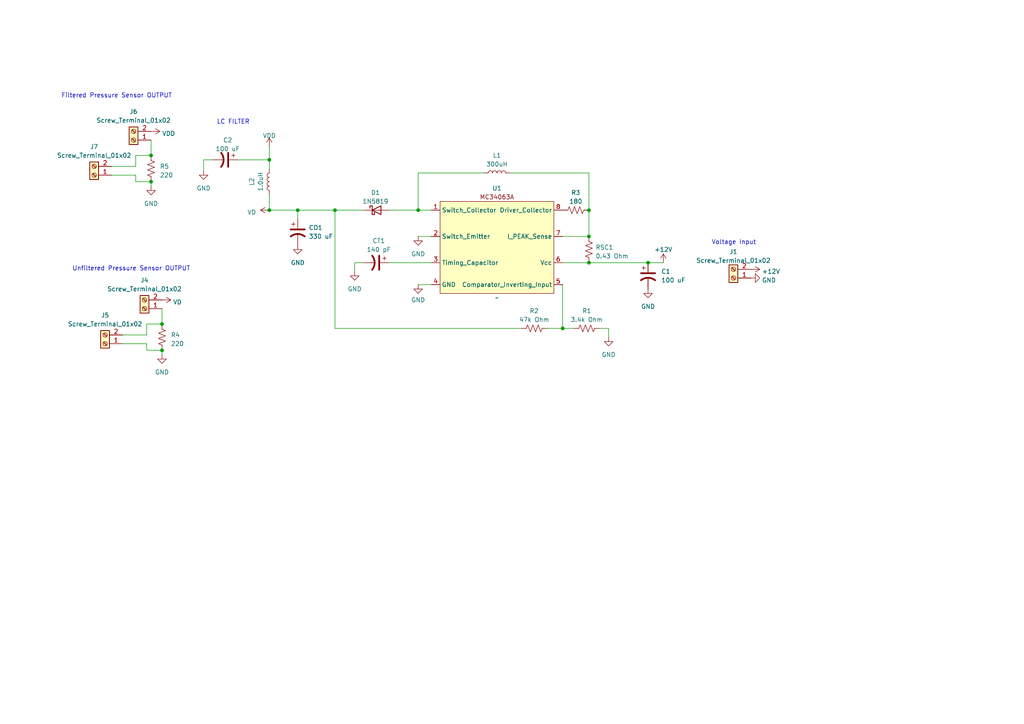
<source format=kicad_sch>
(kicad_sch (version 20230121) (generator eeschema)
  (paper "A4")
  (lib_symbols
    (symbol "Connector:Screw_Terminal_01x02" (pin_names (offset 1.016) hide)
      (property "Reference" "J" (at 0 2.54 0))
      (property "Value" "Screw_Terminal_01x02" (at 0 -5.08 0))
      (symbol "Screw_Terminal_01x02_1_1"
        (rectangle (start -1.27 1.27) (end 1.27 -3.81) (stroke (width 0.254)) (fill (type background)))
        (circle (center 0 -2.54) (radius 0.635) (stroke (width 0.1524)))
        (polyline (pts (xy -0.5334 -2.2098) (xy 0.3302 -3.048)) (stroke (width 0.1524)))
        (polyline (pts (xy -0.5334 0.3302) (xy 0.3302 -0.508)) (stroke (width 0.1524)))
        (polyline (pts (xy -0.3556 -2.032) (xy 0.508 -2.8702)) (stroke (width 0.1524)))
        (polyline (pts (xy -0.3556 0.508) (xy 0.508 -0.3302)) (stroke (width 0.1524)))
        (circle (center 0 0) (radius 0.635) (stroke (width 0.1524)))
        (pin passive line (at -5.08 0 0) (length 3.81) (name "Pin_1") (number "1"))
        (pin passive line (at -5.08 -2.54 0) (length 3.81) (name "Pin_2") (number "2"))
      )
    )
    (symbol "Device:C_Polarized_US" (pin_numbers hide) (pin_names (offset 0.254) hide)
      (property "Reference" "C" (at 0.635 2.54 0))
      (property "Value" "C_Polarized_US" (at 0.635 -2.54 0))
      (symbol "C_Polarized_US_0_1"
        (polyline (pts (xy -2.032 0.762) (xy 2.032 0.762)) (stroke (width 0.508)))
        (polyline (pts (xy -1.778 2.286) (xy -0.762 2.286)))
        (polyline (pts (xy -1.27 1.778) (xy -1.27 2.794)))
        (arc (start 2.032 -1.27) (mid 0 -0.5572) (end -2.032 -1.27) (stroke (width 0.508)))
      )
      (symbol "C_Polarized_US_1_1"
        (pin passive line (at 0 3.81 270) (length 2.794) (name "~") (number "1"))
        (pin passive line (at 0 -3.81 90) (length 3.302) (name "~") (number "2"))
      )
    )
    (symbol "Device:L" (pin_numbers hide) (pin_names (offset 1.016) hide)
      (property "Reference" "L" (at -1.27 0 90))
      (property "Value" "L" (at 1.905 0 90))
      (symbol "L_0_1"
        (arc (start 0 -2.54) (mid 0.6323 -1.905) (end 0 -1.27))
        (arc (start 0 -1.27) (mid 0.6323 -0.635) (end 0 0))
        (arc (start 0 0) (mid 0.6323 0.635) (end 0 1.27))
        (arc (start 0 1.27) (mid 0.6323 1.905) (end 0 2.54))
      )
      (symbol "L_1_1"
        (pin passive line (at 0 3.81 270) (length 1.27) (name "1") (number "1"))
        (pin passive line (at 0 -3.81 90) (length 1.27) (name "2") (number "2"))
      )
    )
    (symbol "Device:R_US" (pin_numbers hide) (pin_names (offset 0))
      (property "Reference" "R" (at 2.54 0 90))
      (property "Value" "R_US" (at -2.54 0 90))
      (symbol "R_US_0_1"
        (polyline (pts (xy 0 -2.286) (xy 0 -2.54)))
        (polyline (pts (xy 0 2.286) (xy 0 2.54)))
        (polyline (pts (xy 0 -0.762) (xy 1.016 -1.143) (xy 0 -1.524) (xy -1.016 -1.905) (xy 0 -2.286)))
        (polyline (pts (xy 0 0.762) (xy 1.016 0.381) (xy 0 0) (xy -1.016 -0.381) (xy 0 -0.762)))
        (polyline (pts (xy 0 2.286) (xy 1.016 1.905) (xy 0 1.524) (xy -1.016 1.143) (xy 0 0.762)))
      )
      (symbol "R_US_1_1"
        (pin passive line (at 0 3.81 270) (length 1.27) (name "~") (number "1"))
        (pin passive line (at 0 -3.81 90) (length 1.27) (name "~") (number "2"))
      )
    )
    (symbol "Diode:1N5819" (pin_numbers hide) (pin_names (offset 1.016) hide)
      (property "Reference" "D" (at 0 2.54 0))
      (property "Value" "1N5819" (at 0 -2.54 0))
      (symbol "1N5819_0_1"
        (polyline (pts (xy 1.27 0) (xy -1.27 0)))
        (polyline (pts (xy 1.27 1.27) (xy 1.27 -1.27) (xy -1.27 0) (xy 1.27 1.27)) (stroke (width 0.254)))
        (polyline (pts (xy -1.905 0.635) (xy -1.905 1.27) (xy -1.27 1.27) (xy -1.27 -1.27) (xy -0.635 -1.27) (xy -0.635 -0.635)) (stroke (width 0.254)))
      )
      (symbol "1N5819_1_1"
        (pin passive line (at -3.81 0 0) (length 2.54) (name "K") (number "1"))
        (pin passive line (at 3.81 0 180) (length 2.54) (name "A") (number "2"))
      )
    )
    (symbol "MC34063A:MC34063A"
      (property "Reference" "U1" (at 0 31.75 0))
      (property "Value" "~" (at 0 0 0))
      (symbol "MC34063A_1_1"
        (rectangle (start -16.51 27.94) (end 16.51 1.27) (fill (type background)))
        (text "MC34063A\n" (at 0 29.21 0) (effects (font (size 1.27 1.27))))
        (pin input line (at -19.05 25.4 0) (length 2.54) (name "Switch_Collector") (number "1"))
        (pin input line (at -19.05 17.78 0) (length 2.54) (name "Switch_Emitter") (number "2"))
        (pin input line (at -19.05 10.16 0) (length 2.54) (name "Timing_Capacitor") (number "3"))
        (pin input line (at -19.05 3.81 0) (length 2.54) (name "GND") (number "4"))
        (pin input line (at 19.05 3.81 180) (length 2.54) (name "Comparator_Inverting_Input") (number "5"))
        (pin input line (at 19.05 10.16 180) (length 2.54) (name "Vcc") (number "6"))
        (pin input line (at 19.05 17.78 180) (length 2.54) (name "I_PEAK_Sense") (number "7"))
        (pin input line (at 19.05 25.4 180) (length 2.54) (name "Driver_Collector") (number "8"))
      )
    )
    (symbol "power:+12V" (power) (pin_names (offset 0))
      (property "Value" "+12V" (at 0 3.556 0))
      (symbol "+12V_0_1"
        (polyline (pts (xy -0.762 1.27) (xy 0 2.54)))
        (polyline (pts (xy 0 0) (xy 0 2.54)))
        (polyline (pts (xy 0 2.54) (xy 0.762 1.27)))
      )
      (symbol "+12V_1_1"
        (pin power_in line (at 0 0 90) (length 0) hide (name "+12V") (number "1"))
      )
    )
    (symbol "power:GND" (power) (pin_names (offset 0))
      (property "Value" "GND" (at 0 -3.81 0))
      (symbol "GND_0_1"
        (polyline (pts (xy 0 0) (xy 0 -1.27) (xy 1.27 -1.27) (xy 0 -2.54) (xy -1.27 -1.27) (xy 0 -1.27)))
      )
      (symbol "GND_1_1"
        (pin power_in line (at 0 0 270) (length 0) hide (name "GND") (number "1"))
      )
    )
    (symbol "power:VD" (power) (pin_names (offset 0))
      (property "Value" "VD" (at 0 3.81 0))
      (symbol "VD_0_1"
        (polyline (pts (xy -0.762 1.27) (xy 0 2.54)))
        (polyline (pts (xy 0 0) (xy 0 2.54)))
        (polyline (pts (xy 0 2.54) (xy 0.762 1.27)))
      )
      (symbol "VD_1_1"
        (pin power_in line (at 0 0 90) (length 0) hide (name "VD") (number "1"))
      )
    )
    (symbol "power:VDD" (power) (pin_names (offset 0))
      (property "Value" "VDD" (at 0 3.81 0))
      (symbol "VDD_0_1"
        (polyline (pts (xy -0.762 1.27) (xy 0 2.54)))
        (polyline (pts (xy 0 0) (xy 0 2.54)))
        (polyline (pts (xy 0 2.54) (xy 0.762 1.27)))
      )
      (symbol "VDD_1_1"
        (pin power_in line (at 0 0 90) (length 0) hide (name "VDD") (number "1"))
      )
    )
  )
  (junction (at 46.99 93.98))
  (junction (at 46.99 101.6))
  (junction (at 187.96 76.2))
  (junction (at 121.285 60.96))
  (junction (at 170.815 68.58))
  (junction (at 43.815 45.085))
  (junction (at 163.195 95.25))
  (junction (at 43.815 52.705))
  (junction (at 78.105 60.96))
  (junction (at 86.36 60.96))
  (junction (at 170.815 76.2))
  (junction (at 78.105 46.355))
  (junction (at 170.815 60.96))
  (junction (at 97.155 60.96))
  (wire (pts (xy 158.75 95.25) (xy 163.195 95.25)))
  (wire (pts (xy 102.87 76.2) (xy 105.41 76.2)))
  (wire (pts (xy 86.36 63.5) (xy 86.36 60.96)))
  (wire (pts (xy 42.545 97.155) (xy 42.545 93.98)))
  (wire (pts (xy 121.285 50.165) (xy 121.285 60.96)))
  (wire (pts (xy 187.96 76.2) (xy 192.405 76.2)))
  (wire (pts (xy 121.285 68.58) (xy 125.095 68.58)))
  (wire (pts (xy 78.105 46.355) (xy 78.105 48.895)))
  (wire (pts (xy 147.955 50.165) (xy 170.815 50.165)))
  (wire (pts (xy 121.285 50.165) (xy 140.335 50.165)))
  (wire (pts (xy 166.37 95.25) (xy 163.195 95.25)))
  (wire (pts (xy 39.37 50.8) (xy 39.37 52.705)))
  (wire (pts (xy 97.155 95.25) (xy 97.155 60.96)))
  (wire (pts (xy 151.13 95.25) (xy 97.155 95.25)))
  (wire (pts (xy 97.155 60.96) (xy 105.41 60.96)))
  (wire (pts (xy 42.545 93.98) (xy 46.99 93.98)))
  (wire (pts (xy 121.285 82.55) (xy 125.095 82.55)))
  (wire (pts (xy 170.815 50.165) (xy 170.815 60.96)))
  (wire (pts (xy 102.87 78.74) (xy 102.87 76.2)))
  (wire (pts (xy 113.03 60.96) (xy 121.285 60.96)))
  (wire (pts (xy 78.105 60.96) (xy 86.36 60.96)))
  (wire (pts (xy 170.815 76.2) (xy 187.96 76.2)))
  (wire (pts (xy 39.37 45.085) (xy 43.815 45.085)))
  (wire (pts (xy 170.815 60.96) (xy 170.815 68.58)))
  (wire (pts (xy 121.285 60.96) (xy 125.095 60.96)))
  (wire (pts (xy 46.99 89.535) (xy 46.99 93.98)))
  (wire (pts (xy 59.055 46.355) (xy 59.055 49.53)))
  (wire (pts (xy 78.105 56.515) (xy 78.105 60.96)))
  (wire (pts (xy 173.99 95.25) (xy 176.53 95.25)))
  (wire (pts (xy 39.37 48.26) (xy 39.37 45.085)))
  (wire (pts (xy 69.215 46.355) (xy 78.105 46.355)))
  (wire (pts (xy 32.385 48.26) (xy 39.37 48.26)))
  (wire (pts (xy 61.595 46.355) (xy 59.055 46.355)))
  (wire (pts (xy 32.385 50.8) (xy 39.37 50.8)))
  (wire (pts (xy 46.99 102.87) (xy 46.99 101.6)))
  (wire (pts (xy 35.56 97.155) (xy 42.545 97.155)))
  (wire (pts (xy 113.03 76.2) (xy 125.095 76.2)))
  (wire (pts (xy 163.195 82.55) (xy 163.195 95.25)))
  (wire (pts (xy 39.37 52.705) (xy 43.815 52.705)))
  (wire (pts (xy 163.195 68.58) (xy 170.815 68.58)))
  (wire (pts (xy 176.53 95.25) (xy 176.53 97.79)))
  (wire (pts (xy 42.545 99.695) (xy 42.545 101.6)))
  (wire (pts (xy 35.56 99.695) (xy 42.545 99.695)))
  (wire (pts (xy 86.36 60.96) (xy 97.155 60.96)))
  (wire (pts (xy 43.815 40.64) (xy 43.815 45.085)))
  (wire (pts (xy 43.815 53.975) (xy 43.815 52.705)))
  (wire (pts (xy 42.545 101.6) (xy 46.99 101.6)))
  (wire (pts (xy 163.195 76.2) (xy 170.815 76.2)))
  (wire (pts (xy 78.105 42.545) (xy 78.105 46.355)))
  (text "Filtered Pressure Sensor OUTPUT" (at 17.78 28.575 0) (effects (font (size 1.27 1.27)) (justify left bottom)))
  (text "Voltage Input" (at 206.375 71.12 0) (effects (font (size 1.27 1.27)) (justify left bottom)))
  (text "Unfiltered Pressure Sensor OUTPUT" (at 20.955 78.74 0) (effects (font (size 1.27 1.27)) (justify left bottom)))
  (text "LC FILTER" (at 62.865 36.195 0) (effects (font (size 1.27 1.27)) (justify left bottom)))
  (symbol (lib_id "power:GND") (at 59.055 49.53 0) (unit 1)
    (property "Reference" "#PWR08" (effects hide))
    (property "Value" "GND" (at 59.055 54.61 0))
  )
  (symbol (lib_id "Device:R_US") (at 46.99 97.79 0) (unit 1)
    (property "Reference" "R4" (at 49.53 97.155 0) (effects (justify left)))
    (property "Value" "220" (at 49.53 99.695 0) (effects (justify left)))
    (property "Footprint" "Resistor_SMD:R_1206_3216Metric" (effects hide))
    (property "LCSC" "C17957" (effects hide))
  )
  (symbol (lib_id "Device:C_Polarized_US") (at 86.36 67.31 0) (unit 1)
    (property "Reference" "CO1" (at 89.535 66.04 0) (effects (justify left)))
    (property "Value" "330 uF" (at 89.535 68.58 0) (effects (justify left)))
    (property "Footprint" "Capacitor_SMD:CP_Elec_8x10.5" (effects hide))
    (property "LCSC" "C5162349" (effects hide))
  )
  (symbol (lib_id "power:GND") (at 176.53 97.79 0) (unit 1)
    (property "Reference" "#PWR09" (effects hide))
    (property "Value" "GND" (at 176.53 102.87 0))
  )
  (symbol (lib_id "power:GND") (at 187.96 83.82 0) (unit 1)
    (property "Reference" "#PWR05" (effects hide))
    (property "Value" "GND" (at 187.96 88.9 0))
  )
  (symbol (lib_id "power:VDD") (at 43.815 38.1 270) (unit 1)
    (property "Reference" "#PWR019" (effects hide))
    (property "Value" "VDD" (at 46.99 38.735 90) (effects (justify left)))
  )
  (symbol (lib_id "Device:L") (at 78.105 52.705 180) (unit 1)
    (property "Reference" "L2" (at 73.025 52.705 90))
    (property "Value" "1.0uH" (at 75.565 52.705 90))
    (property "Footprint" "Inductor_SMD:L_1206_3216Metric" (effects hide))
    (property "LCSC" "C184320" (effects hide))
  )
  (symbol (lib_id "Connector:Screw_Terminal_01x02") (at 30.48 99.695 180) (unit 1)
    (property "Reference" "J5" (at 30.48 91.44 0))
    (property "Value" "Screw_Terminal_01x02" (at 30.48 93.98 0))
    (property "Footprint" "TerminalBlock:TerminalBlock_bornier-2_P5.08mm" (effects hide))
  )
  (symbol (lib_id "Device:C_Polarized_US") (at 109.22 76.2 270) (unit 1)
    (property "Reference" "CT1" (at 109.855 69.85 90))
    (property "Value" "140 pF" (at 109.855 72.39 90))
    (property "Footprint" "Capacitor_SMD:C_0603_1608Metric" (effects hide))
    (property "LCSC" "C3037657" (effects hide))
  )
  (symbol (lib_id "Connector:Screw_Terminal_01x02") (at 27.305 50.8 180) (unit 1)
    (property "Reference" "J7" (at 27.305 42.545 0))
    (property "Value" "Screw_Terminal_01x02" (at 27.305 45.085 0))
    (property "Footprint" "TerminalBlock:TerminalBlock_bornier-2_P5.08mm" (effects hide))
  )
  (symbol (lib_id "power:VDD") (at 78.105 42.545 0) (unit 1)
    (property "Reference" "#PWR07" (effects hide))
    (property "Value" "VDD" (at 78.105 39.37 0))
  )
  (symbol (lib_id "Device:L") (at 144.145 50.165 90) (unit 1)
    (property "Reference" "L1" (at 144.145 45.085 90))
    (property "Value" "300uH" (at 144.145 47.625 90))
    (property "Footprint" "Inductor_SMD:L_Changjiang_FNR5040S" (effects hide))
    (property "LCSC" "C167982" (effects hide))
  )
  (symbol (lib_id "power:GND") (at 102.87 78.74 0) (unit 1)
    (property "Reference" "#PWR02" (effects hide))
    (property "Value" "GND" (at 102.87 83.82 0))
  )
  (symbol (lib_id "power:GND") (at 217.805 80.645 90) (unit 1)
    (property "Reference" "#PWR011" (effects hide))
    (property "Value" "GND" (at 220.98 81.28 90) (effects (justify right)))
  )
  (symbol (lib_id "Device:C_Polarized_US") (at 187.96 80.01 0) (unit 1)
    (property "Reference" "C1" (at 191.77 78.74 0) (effects (justify left)))
    (property "Value" "100 uF" (at 191.77 81.28 0) (effects (justify left)))
    (property "Footprint" "Capacitor_SMD:CP_Elec_6.3x5.4" (effects hide))
    (property "LCSC" "C4747963" (effects hide))
  )
  (symbol (lib_id "power:VD") (at 46.99 86.995 270) (unit 1)
    (property "Reference" "#PWR017" (effects hide))
    (property "Value" "VD" (at 50.165 87.63 90) (effects (justify left)))
  )
  (symbol (lib_id "power:+12V") (at 192.405 76.2 0) (unit 1)
    (property "Reference" "#PWR04" (effects hide))
    (property "Value" "+12V" (at 192.405 72.39 0))
  )
  (symbol (lib_id "Connector:Screw_Terminal_01x02") (at 38.735 40.64 180) (unit 1)
    (property "Reference" "J6" (at 38.735 32.385 0))
    (property "Value" "Screw_Terminal_01x02" (at 38.735 34.925 0))
    (property "Footprint" "TerminalBlock:TerminalBlock_bornier-2_P5.08mm" (effects hide))
  )
  (symbol (lib_id "Device:R_US") (at 154.94 95.25 270) (unit 1)
    (property "Reference" "R2" (at 154.94 90.17 90))
    (property "Value" "47k Ohm" (at 154.94 92.71 90))
    (property "Footprint" "Resistor_SMD:R_0603_1608Metric" (effects hide))
    (property "LCSC" "C441900" (effects hide))
  )
  (symbol (lib_id "power:VD") (at 78.105 60.96 90) (unit 1)
    (property "Reference" "#PWR010" (effects hide))
    (property "Value" "VD" (at 74.295 61.595 90) (effects (justify left)))
  )
  (symbol (lib_id "power:GND") (at 43.815 53.975 0) (unit 1)
    (property "Reference" "#PWR020" (effects hide))
    (property "Value" "GND" (at 43.815 59.055 0))
  )
  (symbol (lib_id "power:GND") (at 86.36 71.12 0) (unit 1)
    (property "Reference" "#PWR06" (effects hide))
    (property "Value" "GND" (at 86.36 76.2 0))
  )
  (symbol (lib_id "Device:C_Polarized_US") (at 65.405 46.355 270) (unit 1)
    (property "Reference" "C2" (at 66.04 40.64 90))
    (property "Value" "100 uF" (at 66.04 43.18 90))
    (property "Footprint" "Capacitor_SMD:CP_Elec_6.3x7.7" (effects hide))
    (property "LCSC" "C134220" (effects hide))
  )
  (symbol (lib_id "power:GND") (at 121.285 68.58 0) (unit 1)
    (property "Reference" "#PWR03" (effects hide))
    (property "Value" "GND" (at 121.285 73.66 0))
  )
  (symbol (lib_id "Device:R_US") (at 170.815 72.39 0) (unit 1)
    (property "Reference" "RSC1" (at 172.72 71.755 0) (effects (justify left)))
    (property "Value" "0.43 Ohm" (at 172.72 74.295 0) (effects (justify left)))
    (property "Footprint" "Resistor_SMD:R_2512_6332Metric" (effects hide))
    (property "LCSC" "C2924580" (effects hide))
  )
  (symbol (lib_id "Device:R_US") (at 167.005 60.96 270) (unit 1)
    (property "Reference" "R3" (at 167.005 55.88 90))
    (property "Value" "180" (at 167.005 58.42 90))
    (property "Footprint" "Resistor_SMD:R_1206_3216Metric" (effects hide))
    (property "LCSC" "C17924" (effects hide))
  )
  (symbol (lib_id "Connector:Screw_Terminal_01x02") (at 41.91 89.535 180) (unit 1)
    (property "Reference" "J4" (at 41.91 81.28 0))
    (property "Value" "Screw_Terminal_01x02" (at 41.91 83.82 0))
    (property "Footprint" "TerminalBlock:TerminalBlock_bornier-2_P5.08mm" (effects hide))
  )
  (symbol (lib_id "power:+12V") (at 217.805 78.105 270) (unit 1)
    (property "Reference" "#PWR012" (effects hide))
    (property "Value" "+12V" (at 220.98 78.74 90) (effects (justify left)))
  )
  (symbol (lib_id "power:GND") (at 46.99 102.87 0) (unit 1)
    (property "Reference" "#PWR018" (effects hide))
    (property "Value" "GND" (at 46.99 107.95 0))
  )
  (symbol (lib_id "MC34063A:MC34063A") (at 144.145 86.36 0) (unit 1)
    (property "Reference" "U1" (at 144.145 54.61 0))
    (property "Value" "~" (at 144.145 86.36 0))
    (property "Footprint" "Package_SO:SOP-8_3.9x4.9mm_P1.27mm" (effects hide))
    (property "LCSC" "C71111" (effects hide))
  )
  (symbol (lib_id "Connector:Screw_Terminal_01x02") (at 212.725 80.645 180) (unit 1)
    (property "Reference" "J1" (at 212.725 73.025 0))
    (property "Value" "Screw_Terminal_01x02" (at 212.725 75.565 0))
    (property "Footprint" "TerminalBlock:TerminalBlock_bornier-2_P5.08mm" (effects hide))
  )
  (symbol (lib_id "Device:R_US") (at 170.18 95.25 270) (unit 1)
    (property "Reference" "R1" (at 170.18 90.17 90))
    (property "Value" "3.4k Ohm" (at 170.18 92.71 90))
    (property "Footprint" "Resistor_SMD:R_1206_3216Metric" (effects hide))
    (property "LCSC" "C205325" (effects hide))
  )
  (symbol (lib_id "Diode:1N5819") (at 109.22 60.96 0) (unit 1)
    (property "Reference" "D1" (at 108.9025 55.88 0))
    (property "Value" "1N5819" (at 108.9025 58.42 0))
    (property "Footprint" "Diode_SMD:D_SOD-323" (effects hide))
    (property "Datasheet" "http://www.vishay.com/docs/88525/1n5817.pdf" (effects hide))
    (property "LCSC" "C191023" (effects hide))
  )
  (symbol (lib_id "Device:R_US") (at 43.815 48.895 0) (unit 1)
    (property "Reference" "R5" (at 46.355 48.26 0) (effects (justify left)))
    (property "Value" "220" (at 46.355 50.8 0) (effects (justify left)))
    (property "Footprint" "Resistor_SMD:R_1206_3216Metric" (effects hide))
    (property "LCSC" "C17957" (effects hide))
  )
  (symbol (lib_id "power:GND") (at 121.285 82.55 0) (unit 1)
    (property "Reference" "#PWR01" (effects hide))
    (property "Value" "GND" (at 121.285 86.995 0))
  )
)
</source>
